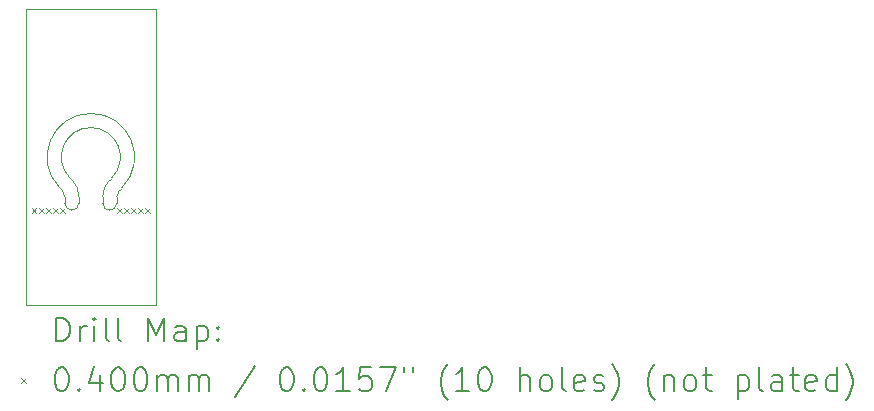
<source format=gbr>
%FSLAX45Y45*%
G04 Gerber Fmt 4.5, Leading zero omitted, Abs format (unit mm)*
G04 Created by KiCad (PCBNEW (5.99.0-10020-g5020012b14)) date 2021-04-02 13:20:54*
%MOMM*%
%LPD*%
G01*
G04 APERTURE LIST*
%TA.AperFunction,Profile*%
%ADD10C,0.010000*%
%TD*%
%ADD11C,0.200000*%
%ADD12C,0.040000*%
G04 APERTURE END LIST*
D10*
X14323223Y-9026777D02*
X14341421Y-9043579D01*
X15050000Y-7600000D02*
X15050000Y-10100000D01*
X14743431Y-9128432D02*
G75*
G03*
X14720000Y-9185000I56568J-56569D01*
G01*
X13950000Y-10100000D02*
X13950000Y-7600000D01*
X14256569Y-9128432D02*
G75*
G02*
X14280000Y-9185000I-56569J-56569D01*
G01*
X13950000Y-7600000D02*
X15050000Y-7600000D01*
X14658579Y-9043579D02*
G75*
G03*
X14600000Y-9185000I141421J-141421D01*
G01*
X14743431Y-9128431D02*
X14761629Y-9111629D01*
X15050000Y-10100000D02*
X13950000Y-10100000D01*
X14400000Y-9185000D02*
G75*
G03*
X14341421Y-9043579I-200000J0D01*
G01*
X14720000Y-9240000D02*
X14720000Y-9185000D01*
X14720000Y-9240000D02*
G75*
G02*
X14600000Y-9240000I-60000J0D01*
G01*
X14761629Y-9111630D02*
G75*
G03*
X14238370Y-9111629I-261630J261630D01*
G01*
X14676777Y-9026777D02*
G75*
G03*
X14323223Y-9026777I-176777J176777D01*
G01*
X14676777Y-9026777D02*
X14658579Y-9043579D01*
X14600000Y-9185000D02*
X14600000Y-9240000D01*
X14238370Y-9111629D02*
X14256568Y-9128432D01*
X14400000Y-9240000D02*
G75*
G02*
X14280000Y-9240000I-60000J0D01*
G01*
X14280000Y-9240000D02*
X14280000Y-9185000D01*
X14400000Y-9185000D02*
X14400000Y-9240000D01*
D11*
D12*
X14000000Y-9280000D02*
X14040000Y-9320000D01*
X14040000Y-9280000D02*
X14000000Y-9320000D01*
X14060000Y-9280000D02*
X14100000Y-9320000D01*
X14100000Y-9280000D02*
X14060000Y-9320000D01*
X14120000Y-9280000D02*
X14160000Y-9320000D01*
X14160000Y-9280000D02*
X14120000Y-9320000D01*
X14180000Y-9280000D02*
X14220000Y-9320000D01*
X14220000Y-9280000D02*
X14180000Y-9320000D01*
X14240000Y-9280000D02*
X14280000Y-9320000D01*
X14280000Y-9280000D02*
X14240000Y-9320000D01*
X14720000Y-9280000D02*
X14760000Y-9320000D01*
X14760000Y-9280000D02*
X14720000Y-9320000D01*
X14780000Y-9280000D02*
X14820000Y-9320000D01*
X14820000Y-9280000D02*
X14780000Y-9320000D01*
X14840000Y-9280000D02*
X14880000Y-9320000D01*
X14880000Y-9280000D02*
X14840000Y-9320000D01*
X14900000Y-9280000D02*
X14940000Y-9320000D01*
X14940000Y-9280000D02*
X14900000Y-9320000D01*
X14960000Y-9280000D02*
X15000000Y-9320000D01*
X15000000Y-9280000D02*
X14960000Y-9320000D01*
D11*
X14207119Y-10410976D02*
X14207119Y-10210976D01*
X14254738Y-10210976D01*
X14283309Y-10220500D01*
X14302357Y-10239548D01*
X14311881Y-10258595D01*
X14321405Y-10296690D01*
X14321405Y-10325262D01*
X14311881Y-10363357D01*
X14302357Y-10382405D01*
X14283309Y-10401452D01*
X14254738Y-10410976D01*
X14207119Y-10410976D01*
X14407119Y-10410976D02*
X14407119Y-10277643D01*
X14407119Y-10315738D02*
X14416643Y-10296690D01*
X14426167Y-10287167D01*
X14445214Y-10277643D01*
X14464262Y-10277643D01*
X14530928Y-10410976D02*
X14530928Y-10277643D01*
X14530928Y-10210976D02*
X14521405Y-10220500D01*
X14530928Y-10230024D01*
X14540452Y-10220500D01*
X14530928Y-10210976D01*
X14530928Y-10230024D01*
X14654738Y-10410976D02*
X14635690Y-10401452D01*
X14626167Y-10382405D01*
X14626167Y-10210976D01*
X14759500Y-10410976D02*
X14740452Y-10401452D01*
X14730928Y-10382405D01*
X14730928Y-10210976D01*
X14988071Y-10410976D02*
X14988071Y-10210976D01*
X15054738Y-10353833D01*
X15121405Y-10210976D01*
X15121405Y-10410976D01*
X15302357Y-10410976D02*
X15302357Y-10306214D01*
X15292833Y-10287167D01*
X15273786Y-10277643D01*
X15235690Y-10277643D01*
X15216643Y-10287167D01*
X15302357Y-10401452D02*
X15283309Y-10410976D01*
X15235690Y-10410976D01*
X15216643Y-10401452D01*
X15207119Y-10382405D01*
X15207119Y-10363357D01*
X15216643Y-10344310D01*
X15235690Y-10334786D01*
X15283309Y-10334786D01*
X15302357Y-10325262D01*
X15397595Y-10277643D02*
X15397595Y-10477643D01*
X15397595Y-10287167D02*
X15416643Y-10277643D01*
X15454738Y-10277643D01*
X15473786Y-10287167D01*
X15483309Y-10296690D01*
X15492833Y-10315738D01*
X15492833Y-10372881D01*
X15483309Y-10391929D01*
X15473786Y-10401452D01*
X15454738Y-10410976D01*
X15416643Y-10410976D01*
X15397595Y-10401452D01*
X15578548Y-10391929D02*
X15588071Y-10401452D01*
X15578548Y-10410976D01*
X15569024Y-10401452D01*
X15578548Y-10391929D01*
X15578548Y-10410976D01*
X15578548Y-10287167D02*
X15588071Y-10296690D01*
X15578548Y-10306214D01*
X15569024Y-10296690D01*
X15578548Y-10287167D01*
X15578548Y-10306214D01*
D12*
X13909500Y-10720500D02*
X13949500Y-10760500D01*
X13949500Y-10720500D02*
X13909500Y-10760500D01*
D11*
X14245214Y-10630976D02*
X14264262Y-10630976D01*
X14283309Y-10640500D01*
X14292833Y-10650024D01*
X14302357Y-10669071D01*
X14311881Y-10707167D01*
X14311881Y-10754786D01*
X14302357Y-10792881D01*
X14292833Y-10811929D01*
X14283309Y-10821452D01*
X14264262Y-10830976D01*
X14245214Y-10830976D01*
X14226167Y-10821452D01*
X14216643Y-10811929D01*
X14207119Y-10792881D01*
X14197595Y-10754786D01*
X14197595Y-10707167D01*
X14207119Y-10669071D01*
X14216643Y-10650024D01*
X14226167Y-10640500D01*
X14245214Y-10630976D01*
X14397595Y-10811929D02*
X14407119Y-10821452D01*
X14397595Y-10830976D01*
X14388071Y-10821452D01*
X14397595Y-10811929D01*
X14397595Y-10830976D01*
X14578548Y-10697643D02*
X14578548Y-10830976D01*
X14530928Y-10621452D02*
X14483309Y-10764310D01*
X14607119Y-10764310D01*
X14721405Y-10630976D02*
X14740452Y-10630976D01*
X14759500Y-10640500D01*
X14769024Y-10650024D01*
X14778548Y-10669071D01*
X14788071Y-10707167D01*
X14788071Y-10754786D01*
X14778548Y-10792881D01*
X14769024Y-10811929D01*
X14759500Y-10821452D01*
X14740452Y-10830976D01*
X14721405Y-10830976D01*
X14702357Y-10821452D01*
X14692833Y-10811929D01*
X14683309Y-10792881D01*
X14673786Y-10754786D01*
X14673786Y-10707167D01*
X14683309Y-10669071D01*
X14692833Y-10650024D01*
X14702357Y-10640500D01*
X14721405Y-10630976D01*
X14911881Y-10630976D02*
X14930928Y-10630976D01*
X14949976Y-10640500D01*
X14959500Y-10650024D01*
X14969024Y-10669071D01*
X14978548Y-10707167D01*
X14978548Y-10754786D01*
X14969024Y-10792881D01*
X14959500Y-10811929D01*
X14949976Y-10821452D01*
X14930928Y-10830976D01*
X14911881Y-10830976D01*
X14892833Y-10821452D01*
X14883309Y-10811929D01*
X14873786Y-10792881D01*
X14864262Y-10754786D01*
X14864262Y-10707167D01*
X14873786Y-10669071D01*
X14883309Y-10650024D01*
X14892833Y-10640500D01*
X14911881Y-10630976D01*
X15064262Y-10830976D02*
X15064262Y-10697643D01*
X15064262Y-10716690D02*
X15073786Y-10707167D01*
X15092833Y-10697643D01*
X15121405Y-10697643D01*
X15140452Y-10707167D01*
X15149976Y-10726214D01*
X15149976Y-10830976D01*
X15149976Y-10726214D02*
X15159500Y-10707167D01*
X15178548Y-10697643D01*
X15207119Y-10697643D01*
X15226167Y-10707167D01*
X15235690Y-10726214D01*
X15235690Y-10830976D01*
X15330928Y-10830976D02*
X15330928Y-10697643D01*
X15330928Y-10716690D02*
X15340452Y-10707167D01*
X15359500Y-10697643D01*
X15388071Y-10697643D01*
X15407119Y-10707167D01*
X15416643Y-10726214D01*
X15416643Y-10830976D01*
X15416643Y-10726214D02*
X15426167Y-10707167D01*
X15445214Y-10697643D01*
X15473786Y-10697643D01*
X15492833Y-10707167D01*
X15502357Y-10726214D01*
X15502357Y-10830976D01*
X15892833Y-10621452D02*
X15721405Y-10878595D01*
X16149976Y-10630976D02*
X16169024Y-10630976D01*
X16188071Y-10640500D01*
X16197595Y-10650024D01*
X16207119Y-10669071D01*
X16216643Y-10707167D01*
X16216643Y-10754786D01*
X16207119Y-10792881D01*
X16197595Y-10811929D01*
X16188071Y-10821452D01*
X16169024Y-10830976D01*
X16149976Y-10830976D01*
X16130928Y-10821452D01*
X16121405Y-10811929D01*
X16111881Y-10792881D01*
X16102357Y-10754786D01*
X16102357Y-10707167D01*
X16111881Y-10669071D01*
X16121405Y-10650024D01*
X16130928Y-10640500D01*
X16149976Y-10630976D01*
X16302357Y-10811929D02*
X16311881Y-10821452D01*
X16302357Y-10830976D01*
X16292833Y-10821452D01*
X16302357Y-10811929D01*
X16302357Y-10830976D01*
X16435690Y-10630976D02*
X16454738Y-10630976D01*
X16473786Y-10640500D01*
X16483309Y-10650024D01*
X16492833Y-10669071D01*
X16502357Y-10707167D01*
X16502357Y-10754786D01*
X16492833Y-10792881D01*
X16483309Y-10811929D01*
X16473786Y-10821452D01*
X16454738Y-10830976D01*
X16435690Y-10830976D01*
X16416643Y-10821452D01*
X16407119Y-10811929D01*
X16397595Y-10792881D01*
X16388071Y-10754786D01*
X16388071Y-10707167D01*
X16397595Y-10669071D01*
X16407119Y-10650024D01*
X16416643Y-10640500D01*
X16435690Y-10630976D01*
X16692833Y-10830976D02*
X16578548Y-10830976D01*
X16635690Y-10830976D02*
X16635690Y-10630976D01*
X16616643Y-10659548D01*
X16597595Y-10678595D01*
X16578548Y-10688119D01*
X16873786Y-10630976D02*
X16778548Y-10630976D01*
X16769024Y-10726214D01*
X16778548Y-10716690D01*
X16797595Y-10707167D01*
X16845214Y-10707167D01*
X16864262Y-10716690D01*
X16873786Y-10726214D01*
X16883310Y-10745262D01*
X16883310Y-10792881D01*
X16873786Y-10811929D01*
X16864262Y-10821452D01*
X16845214Y-10830976D01*
X16797595Y-10830976D01*
X16778548Y-10821452D01*
X16769024Y-10811929D01*
X16949976Y-10630976D02*
X17083310Y-10630976D01*
X16997595Y-10830976D01*
X17149976Y-10630976D02*
X17149976Y-10669071D01*
X17226167Y-10630976D02*
X17226167Y-10669071D01*
X17521405Y-10907167D02*
X17511881Y-10897643D01*
X17492833Y-10869071D01*
X17483310Y-10850024D01*
X17473786Y-10821452D01*
X17464262Y-10773833D01*
X17464262Y-10735738D01*
X17473786Y-10688119D01*
X17483310Y-10659548D01*
X17492833Y-10640500D01*
X17511881Y-10611929D01*
X17521405Y-10602405D01*
X17702357Y-10830976D02*
X17588071Y-10830976D01*
X17645214Y-10830976D02*
X17645214Y-10630976D01*
X17626167Y-10659548D01*
X17607119Y-10678595D01*
X17588071Y-10688119D01*
X17826167Y-10630976D02*
X17845214Y-10630976D01*
X17864262Y-10640500D01*
X17873786Y-10650024D01*
X17883310Y-10669071D01*
X17892833Y-10707167D01*
X17892833Y-10754786D01*
X17883310Y-10792881D01*
X17873786Y-10811929D01*
X17864262Y-10821452D01*
X17845214Y-10830976D01*
X17826167Y-10830976D01*
X17807119Y-10821452D01*
X17797595Y-10811929D01*
X17788071Y-10792881D01*
X17778548Y-10754786D01*
X17778548Y-10707167D01*
X17788071Y-10669071D01*
X17797595Y-10650024D01*
X17807119Y-10640500D01*
X17826167Y-10630976D01*
X18130929Y-10830976D02*
X18130929Y-10630976D01*
X18216643Y-10830976D02*
X18216643Y-10726214D01*
X18207119Y-10707167D01*
X18188071Y-10697643D01*
X18159500Y-10697643D01*
X18140452Y-10707167D01*
X18130929Y-10716690D01*
X18340452Y-10830976D02*
X18321405Y-10821452D01*
X18311881Y-10811929D01*
X18302357Y-10792881D01*
X18302357Y-10735738D01*
X18311881Y-10716690D01*
X18321405Y-10707167D01*
X18340452Y-10697643D01*
X18369024Y-10697643D01*
X18388071Y-10707167D01*
X18397595Y-10716690D01*
X18407119Y-10735738D01*
X18407119Y-10792881D01*
X18397595Y-10811929D01*
X18388071Y-10821452D01*
X18369024Y-10830976D01*
X18340452Y-10830976D01*
X18521405Y-10830976D02*
X18502357Y-10821452D01*
X18492833Y-10802405D01*
X18492833Y-10630976D01*
X18673786Y-10821452D02*
X18654738Y-10830976D01*
X18616643Y-10830976D01*
X18597595Y-10821452D01*
X18588071Y-10802405D01*
X18588071Y-10726214D01*
X18597595Y-10707167D01*
X18616643Y-10697643D01*
X18654738Y-10697643D01*
X18673786Y-10707167D01*
X18683310Y-10726214D01*
X18683310Y-10745262D01*
X18588071Y-10764310D01*
X18759500Y-10821452D02*
X18778548Y-10830976D01*
X18816643Y-10830976D01*
X18835690Y-10821452D01*
X18845214Y-10802405D01*
X18845214Y-10792881D01*
X18835690Y-10773833D01*
X18816643Y-10764310D01*
X18788071Y-10764310D01*
X18769024Y-10754786D01*
X18759500Y-10735738D01*
X18759500Y-10726214D01*
X18769024Y-10707167D01*
X18788071Y-10697643D01*
X18816643Y-10697643D01*
X18835690Y-10707167D01*
X18911881Y-10907167D02*
X18921405Y-10897643D01*
X18940452Y-10869071D01*
X18949976Y-10850024D01*
X18959500Y-10821452D01*
X18969024Y-10773833D01*
X18969024Y-10735738D01*
X18959500Y-10688119D01*
X18949976Y-10659548D01*
X18940452Y-10640500D01*
X18921405Y-10611929D01*
X18911881Y-10602405D01*
X19273786Y-10907167D02*
X19264262Y-10897643D01*
X19245214Y-10869071D01*
X19235690Y-10850024D01*
X19226167Y-10821452D01*
X19216643Y-10773833D01*
X19216643Y-10735738D01*
X19226167Y-10688119D01*
X19235690Y-10659548D01*
X19245214Y-10640500D01*
X19264262Y-10611929D01*
X19273786Y-10602405D01*
X19349976Y-10697643D02*
X19349976Y-10830976D01*
X19349976Y-10716690D02*
X19359500Y-10707167D01*
X19378548Y-10697643D01*
X19407119Y-10697643D01*
X19426167Y-10707167D01*
X19435690Y-10726214D01*
X19435690Y-10830976D01*
X19559500Y-10830976D02*
X19540452Y-10821452D01*
X19530929Y-10811929D01*
X19521405Y-10792881D01*
X19521405Y-10735738D01*
X19530929Y-10716690D01*
X19540452Y-10707167D01*
X19559500Y-10697643D01*
X19588071Y-10697643D01*
X19607119Y-10707167D01*
X19616643Y-10716690D01*
X19626167Y-10735738D01*
X19626167Y-10792881D01*
X19616643Y-10811929D01*
X19607119Y-10821452D01*
X19588071Y-10830976D01*
X19559500Y-10830976D01*
X19683310Y-10697643D02*
X19759500Y-10697643D01*
X19711881Y-10630976D02*
X19711881Y-10802405D01*
X19721405Y-10821452D01*
X19740452Y-10830976D01*
X19759500Y-10830976D01*
X19978548Y-10697643D02*
X19978548Y-10897643D01*
X19978548Y-10707167D02*
X19997595Y-10697643D01*
X20035690Y-10697643D01*
X20054738Y-10707167D01*
X20064262Y-10716690D01*
X20073786Y-10735738D01*
X20073786Y-10792881D01*
X20064262Y-10811929D01*
X20054738Y-10821452D01*
X20035690Y-10830976D01*
X19997595Y-10830976D01*
X19978548Y-10821452D01*
X20188071Y-10830976D02*
X20169024Y-10821452D01*
X20159500Y-10802405D01*
X20159500Y-10630976D01*
X20349976Y-10830976D02*
X20349976Y-10726214D01*
X20340452Y-10707167D01*
X20321405Y-10697643D01*
X20283310Y-10697643D01*
X20264262Y-10707167D01*
X20349976Y-10821452D02*
X20330929Y-10830976D01*
X20283310Y-10830976D01*
X20264262Y-10821452D01*
X20254738Y-10802405D01*
X20254738Y-10783357D01*
X20264262Y-10764310D01*
X20283310Y-10754786D01*
X20330929Y-10754786D01*
X20349976Y-10745262D01*
X20416643Y-10697643D02*
X20492833Y-10697643D01*
X20445214Y-10630976D02*
X20445214Y-10802405D01*
X20454738Y-10821452D01*
X20473786Y-10830976D01*
X20492833Y-10830976D01*
X20635690Y-10821452D02*
X20616643Y-10830976D01*
X20578548Y-10830976D01*
X20559500Y-10821452D01*
X20549976Y-10802405D01*
X20549976Y-10726214D01*
X20559500Y-10707167D01*
X20578548Y-10697643D01*
X20616643Y-10697643D01*
X20635690Y-10707167D01*
X20645214Y-10726214D01*
X20645214Y-10745262D01*
X20549976Y-10764310D01*
X20816643Y-10830976D02*
X20816643Y-10630976D01*
X20816643Y-10821452D02*
X20797595Y-10830976D01*
X20759500Y-10830976D01*
X20740452Y-10821452D01*
X20730929Y-10811929D01*
X20721405Y-10792881D01*
X20721405Y-10735738D01*
X20730929Y-10716690D01*
X20740452Y-10707167D01*
X20759500Y-10697643D01*
X20797595Y-10697643D01*
X20816643Y-10707167D01*
X20892833Y-10907167D02*
X20902357Y-10897643D01*
X20921405Y-10869071D01*
X20930929Y-10850024D01*
X20940452Y-10821452D01*
X20949976Y-10773833D01*
X20949976Y-10735738D01*
X20940452Y-10688119D01*
X20930929Y-10659548D01*
X20921405Y-10640500D01*
X20902357Y-10611929D01*
X20892833Y-10602405D01*
M02*

</source>
